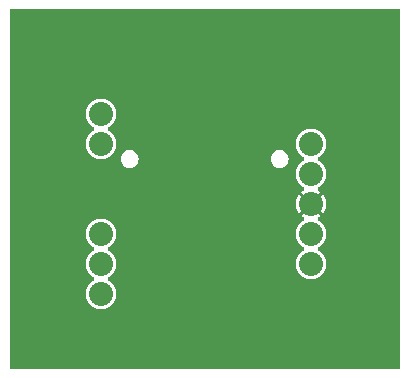
<source format=gbl>
G04*
G04 #@! TF.GenerationSoftware,Altium Limited,Altium Designer,24.4.1 (13)*
G04*
G04 Layer_Physical_Order=2*
G04 Layer_Color=16711680*
%FSLAX44Y44*%
%MOMM*%
G71*
G04*
G04 #@! TF.SameCoordinates,E702B004-23CB-4448-875A-07FC45505782*
G04*
G04*
G04 #@! TF.FilePolarity,Positive*
G04*
G01*
G75*
%ADD19C,2.0320*%
%ADD20C,0.6096*%
G36*
X330200Y0D02*
X0D01*
Y304800D01*
X330200D01*
Y0D01*
D02*
G37*
%LPC*%
G36*
X77216Y228710D02*
X73901Y228273D01*
X70811Y226993D01*
X68158Y224958D01*
X66123Y222305D01*
X64843Y219215D01*
X64406Y215900D01*
X64843Y212585D01*
X66123Y209495D01*
X68158Y206842D01*
X70811Y204807D01*
X71371Y204575D01*
Y201825D01*
X70811Y201593D01*
X68158Y199558D01*
X66123Y196905D01*
X64843Y193815D01*
X64406Y190500D01*
X64843Y187185D01*
X66123Y184095D01*
X68158Y181442D01*
X70811Y179407D01*
X73901Y178127D01*
X77216Y177690D01*
X80531Y178127D01*
X83621Y179407D01*
X86274Y181442D01*
X88309Y184095D01*
X89589Y187185D01*
X90026Y190500D01*
X89589Y193815D01*
X88309Y196905D01*
X86274Y199558D01*
X83621Y201593D01*
X83061Y201825D01*
Y204575D01*
X83621Y204807D01*
X86274Y206842D01*
X88309Y209495D01*
X89589Y212585D01*
X90026Y215900D01*
X89589Y219215D01*
X88309Y222305D01*
X86274Y224958D01*
X83621Y226993D01*
X80531Y228273D01*
X77216Y228710D01*
D02*
G37*
G36*
X228600Y185405D02*
X226632Y185146D01*
X224797Y184386D01*
X223222Y183178D01*
X222014Y181602D01*
X221254Y179768D01*
X220995Y177800D01*
X221254Y175832D01*
X222014Y173997D01*
X223222Y172422D01*
X224797Y171214D01*
X226632Y170454D01*
X228600Y170195D01*
X230568Y170454D01*
X232402Y171214D01*
X233978Y172422D01*
X235186Y173997D01*
X235946Y175832D01*
X236205Y177800D01*
X235946Y179768D01*
X235186Y181602D01*
X233978Y183178D01*
X232402Y184386D01*
X230568Y185146D01*
X228600Y185405D01*
D02*
G37*
G36*
X101600D02*
X99632Y185146D01*
X97797Y184386D01*
X96222Y183178D01*
X95014Y181602D01*
X94254Y179768D01*
X93995Y177800D01*
X94254Y175832D01*
X95014Y173997D01*
X96222Y172422D01*
X97797Y171214D01*
X99632Y170454D01*
X101600Y170195D01*
X103568Y170454D01*
X105402Y171214D01*
X106978Y172422D01*
X108186Y173997D01*
X108946Y175832D01*
X109205Y177800D01*
X108946Y179768D01*
X108186Y181602D01*
X106978Y183178D01*
X105402Y184386D01*
X103568Y185146D01*
X101600Y185405D01*
D02*
G37*
G36*
X255016Y203310D02*
X251701Y202873D01*
X248611Y201593D01*
X245958Y199558D01*
X243923Y196905D01*
X242643Y193815D01*
X242206Y190500D01*
X242643Y187185D01*
X243923Y184095D01*
X245958Y181442D01*
X248611Y179407D01*
X249171Y179175D01*
Y176425D01*
X248611Y176193D01*
X245958Y174158D01*
X243923Y171505D01*
X242643Y168415D01*
X242206Y165100D01*
X242643Y161785D01*
X243923Y158695D01*
X245958Y156042D01*
X248611Y154007D01*
X249171Y153775D01*
Y151025D01*
X248611Y150793D01*
X246975Y149537D01*
X255016Y141496D01*
X263057Y149537D01*
X261421Y150793D01*
X260861Y151025D01*
Y153775D01*
X261421Y154007D01*
X264074Y156042D01*
X266109Y158695D01*
X267389Y161785D01*
X267826Y165100D01*
X267389Y168415D01*
X266109Y171505D01*
X264074Y174158D01*
X261421Y176193D01*
X260861Y176425D01*
Y179175D01*
X261421Y179407D01*
X264074Y181442D01*
X266109Y184095D01*
X267389Y187185D01*
X267826Y190500D01*
X267389Y193815D01*
X266109Y196905D01*
X264074Y199558D01*
X261421Y201593D01*
X258331Y202873D01*
X255016Y203310D01*
D02*
G37*
G36*
X264853Y147741D02*
X256812Y139700D01*
X264853Y131658D01*
X266109Y133295D01*
X267389Y136385D01*
X267826Y139700D01*
X267389Y143015D01*
X266109Y146105D01*
X264853Y147741D01*
D02*
G37*
G36*
X245179Y147741D02*
X243923Y146105D01*
X242643Y143015D01*
X242206Y139700D01*
X242643Y136385D01*
X243923Y133295D01*
X245179Y131658D01*
X253220Y139700D01*
X245179Y147741D01*
D02*
G37*
G36*
X255016Y137904D02*
X246975Y129862D01*
X248611Y128607D01*
X249171Y128375D01*
Y125625D01*
X248611Y125393D01*
X245958Y123358D01*
X243923Y120705D01*
X242643Y117615D01*
X242206Y114300D01*
X242643Y110985D01*
X243923Y107895D01*
X245958Y105242D01*
X248611Y103207D01*
X249171Y102975D01*
Y100225D01*
X248611Y99993D01*
X245958Y97958D01*
X243923Y95305D01*
X242643Y92215D01*
X242206Y88900D01*
X242643Y85585D01*
X243923Y82495D01*
X245958Y79842D01*
X248611Y77807D01*
X251701Y76527D01*
X255016Y76090D01*
X258331Y76527D01*
X261421Y77807D01*
X264074Y79842D01*
X266109Y82495D01*
X267389Y85585D01*
X267826Y88900D01*
X267389Y92215D01*
X266109Y95305D01*
X264074Y97958D01*
X261421Y99993D01*
X260861Y100225D01*
Y102975D01*
X261421Y103207D01*
X264074Y105242D01*
X266109Y107895D01*
X267389Y110985D01*
X267826Y114300D01*
X267389Y117615D01*
X266109Y120705D01*
X264074Y123358D01*
X261421Y125393D01*
X260861Y125625D01*
Y128375D01*
X261421Y128607D01*
X263057Y129862D01*
X255016Y137904D01*
D02*
G37*
G36*
X77216Y127110D02*
X73901Y126673D01*
X70811Y125393D01*
X68158Y123358D01*
X66123Y120705D01*
X64843Y117615D01*
X64406Y114300D01*
X64843Y110985D01*
X66123Y107895D01*
X68158Y105242D01*
X70811Y103207D01*
X71371Y102975D01*
Y100225D01*
X70811Y99993D01*
X68158Y97958D01*
X66123Y95305D01*
X64843Y92215D01*
X64406Y88900D01*
X64843Y85585D01*
X66123Y82495D01*
X68158Y79842D01*
X70811Y77807D01*
X71371Y77575D01*
Y74825D01*
X70811Y74593D01*
X68158Y72558D01*
X66123Y69905D01*
X64843Y66815D01*
X64406Y63500D01*
X64843Y60185D01*
X66123Y57095D01*
X68158Y54442D01*
X70811Y52407D01*
X73901Y51127D01*
X77216Y50690D01*
X80531Y51127D01*
X83621Y52407D01*
X86274Y54442D01*
X88309Y57095D01*
X89589Y60185D01*
X90026Y63500D01*
X89589Y66815D01*
X88309Y69905D01*
X86274Y72558D01*
X83621Y74593D01*
X83061Y74825D01*
Y77575D01*
X83621Y77807D01*
X86274Y79842D01*
X88309Y82495D01*
X89589Y85585D01*
X90026Y88900D01*
X89589Y92215D01*
X88309Y95305D01*
X86274Y97958D01*
X83621Y99993D01*
X83061Y100225D01*
Y102975D01*
X83621Y103207D01*
X86274Y105242D01*
X88309Y107895D01*
X89589Y110985D01*
X90026Y114300D01*
X89589Y117615D01*
X88309Y120705D01*
X86274Y123358D01*
X83621Y125393D01*
X80531Y126673D01*
X77216Y127110D01*
D02*
G37*
%LPD*%
D19*
X255016Y88900D02*
D03*
X77216Y63500D02*
D03*
X255016Y114300D02*
D03*
X77216Y88900D02*
D03*
X255016Y139700D02*
D03*
X77216Y114300D02*
D03*
X255016Y165100D02*
D03*
X77216Y190500D02*
D03*
X255016D02*
D03*
X77216Y215900D02*
D03*
D20*
X158750Y196850D02*
D03*
X165100Y101600D02*
D03*
X177800Y139700D02*
D03*
Y158750D02*
D03*
M02*

</source>
